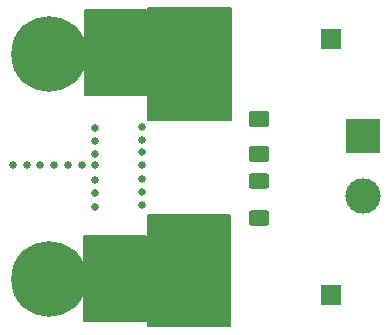
<source format=gbr>
%TF.GenerationSoftware,KiCad,Pcbnew,8.0.1*%
%TF.CreationDate,2024-04-06T18:31:26-05:00*%
%TF.ProjectId,Banana to Screw Terminal,42616e61-6e61-4207-946f-205363726577,2*%
%TF.SameCoordinates,Original*%
%TF.FileFunction,Soldermask,Top*%
%TF.FilePolarity,Negative*%
%FSLAX46Y46*%
G04 Gerber Fmt 4.6, Leading zero omitted, Abs format (unit mm)*
G04 Created by KiCad (PCBNEW 8.0.1) date 2024-04-06 18:31:26*
%MOMM*%
%LPD*%
G01*
G04 APERTURE LIST*
G04 Aperture macros list*
%AMRoundRect*
0 Rectangle with rounded corners*
0 $1 Rounding radius*
0 $2 $3 $4 $5 $6 $7 $8 $9 X,Y pos of 4 corners*
0 Add a 4 corners polygon primitive as box body*
4,1,4,$2,$3,$4,$5,$6,$7,$8,$9,$2,$3,0*
0 Add four circle primitives for the rounded corners*
1,1,$1+$1,$2,$3*
1,1,$1+$1,$4,$5*
1,1,$1+$1,$6,$7*
1,1,$1+$1,$8,$9*
0 Add four rect primitives between the rounded corners*
20,1,$1+$1,$2,$3,$4,$5,0*
20,1,$1+$1,$4,$5,$6,$7,0*
20,1,$1+$1,$6,$7,$8,$9,0*
20,1,$1+$1,$8,$9,$2,$3,0*%
G04 Aperture macros list end*
%ADD10C,0.150000*%
%ADD11R,3.000000X3.000000*%
%ADD12C,3.000000*%
%ADD13C,0.635000*%
%ADD14R,1.700000X1.700000*%
%ADD15C,0.800000*%
%ADD16C,6.400000*%
%ADD17RoundRect,0.250000X0.625000X-0.400000X0.625000X0.400000X-0.625000X0.400000X-0.625000X-0.400000X0*%
%ADD18RoundRect,0.250001X-0.624999X0.462499X-0.624999X-0.462499X0.624999X-0.462499X0.624999X0.462499X0*%
G04 APERTURE END LIST*
D10*
X132020200Y-105377200D02*
X137220000Y-105377200D01*
X137220000Y-112540000D01*
X132020200Y-112540000D01*
X132020200Y-105377200D01*
G36*
X132020200Y-105377200D02*
G01*
X137220000Y-105377200D01*
X137220000Y-112540000D01*
X132020200Y-112540000D01*
X132020200Y-105377200D01*
G37*
X137433800Y-103528400D02*
X144373600Y-103528400D01*
X144373600Y-112972400D01*
X137433800Y-112972400D01*
X137433800Y-103528400D01*
G36*
X137433800Y-103528400D02*
G01*
X144373600Y-103528400D01*
X144373600Y-112972400D01*
X137433800Y-112972400D01*
X137433800Y-103528400D01*
G37*
X132045700Y-86212200D02*
X137245500Y-86212200D01*
X137245500Y-93375000D01*
X132045700Y-93375000D01*
X132045700Y-86212200D01*
G36*
X132045700Y-86212200D02*
G01*
X137245500Y-86212200D01*
X137245500Y-93375000D01*
X132045700Y-93375000D01*
X132045700Y-86212200D01*
G37*
X137384600Y-86058000D02*
X144424400Y-86058000D01*
X144424400Y-95520600D01*
X137384600Y-95520600D01*
X137384600Y-86058000D01*
G36*
X137384600Y-86058000D02*
G01*
X144424400Y-86058000D01*
X144424400Y-95520600D01*
X137384600Y-95520600D01*
X137384600Y-86058000D01*
G37*
D11*
%TO.C,J1*%
X155575000Y-96901000D03*
D12*
X155575000Y-101981000D03*
%TD*%
D13*
%TO.C,*%
X136890000Y-96122884D03*
%TD*%
%TO.C,REF\u002A\u002A*%
X132891494Y-99346800D03*
%TD*%
D14*
%TO.C,J3*%
X152882600Y-88671400D03*
%TD*%
D13*
%TO.C,REF\u002A\u002A*%
X132891494Y-102853108D03*
%TD*%
D15*
%TO.C,H1*%
X126600138Y-108968250D03*
X127303082Y-107271194D03*
X127303082Y-110665306D03*
X129000138Y-106568250D03*
D16*
X129000138Y-108968250D03*
D15*
X129000138Y-111368250D03*
X130697194Y-107271194D03*
X130697194Y-110665306D03*
X131400138Y-108968250D03*
%TD*%
D13*
%TO.C,REF\u002A\u002A*%
X132891494Y-96228040D03*
%TD*%
%TO.C,REF\u002A\u002A*%
X128300000Y-99290000D03*
%TD*%
%TO.C,REF\u002A\u002A*%
X127138494Y-99290000D03*
%TD*%
%TO.C,REF\u002A\u002A*%
X129461506Y-99290000D03*
%TD*%
D14*
%TO.C,J2*%
X152882600Y-110337600D03*
%TD*%
D13*
%TO.C,REF\u002A\u002A*%
X130623012Y-99290000D03*
%TD*%
D17*
%TO.C,R1*%
X146790000Y-103820000D03*
X146790000Y-100720000D03*
%TD*%
D13*
%TO.C,REF\u002A\u002A*%
X132891494Y-100580156D03*
%TD*%
%TO.C,REF\u002A\u002A*%
X131784518Y-99290000D03*
%TD*%
%TO.C,*%
X136890000Y-102747952D03*
%TD*%
%TO.C,REF\u002A\u002A*%
X125976988Y-99290000D03*
%TD*%
D15*
%TO.C,H2*%
X126600138Y-89918250D03*
X127303082Y-88221194D03*
X127303082Y-91615306D03*
X129000138Y-87518250D03*
D16*
X129000138Y-89918250D03*
D15*
X129000138Y-92318250D03*
X130697194Y-88221194D03*
X130697194Y-91615306D03*
X131400138Y-89918250D03*
%TD*%
D13*
%TO.C,*%
X136890000Y-97194764D03*
%TD*%
%TO.C,REF\u002A\u002A*%
X132891494Y-97299920D03*
%TD*%
%TO.C,*%
X136890000Y-99313124D03*
%TD*%
%TO.C,*%
X136890000Y-101611476D03*
%TD*%
%TO.C,REF\u002A\u002A*%
X132891494Y-101716632D03*
%TD*%
%TO.C,*%
X136890000Y-98266644D03*
%TD*%
%TO.C,REF\u002A\u002A*%
X132891494Y-98371800D03*
%TD*%
%TO.C,*%
X136890000Y-100475000D03*
%TD*%
D18*
%TO.C,D1*%
X146790000Y-95432500D03*
X146790000Y-98407500D03*
%TD*%
M02*

</source>
